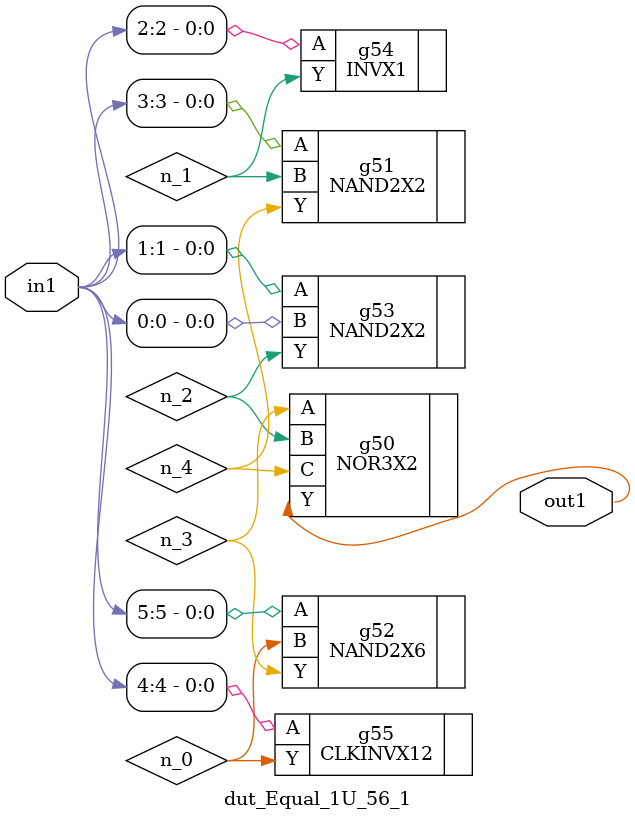
<source format=v>
`timescale 1ps / 1ps


module dut_Equal_1U_56_1(in1, out1);
  input [5:0] in1;
  output out1;
  wire [5:0] in1;
  wire out1;
  wire n_0, n_1, n_2, n_3, n_4;
  NOR3X2 g50(.A (n_3), .B (n_2), .C (n_4), .Y (out1));
  NAND2X2 g51(.A (in1[3]), .B (n_1), .Y (n_4));
  NAND2X6 g52(.A (in1[5]), .B (n_0), .Y (n_3));
  NAND2X2 g53(.A (in1[1]), .B (in1[0]), .Y (n_2));
  INVX1 g54(.A (in1[2]), .Y (n_1));
  CLKINVX12 g55(.A (in1[4]), .Y (n_0));
endmodule



</source>
